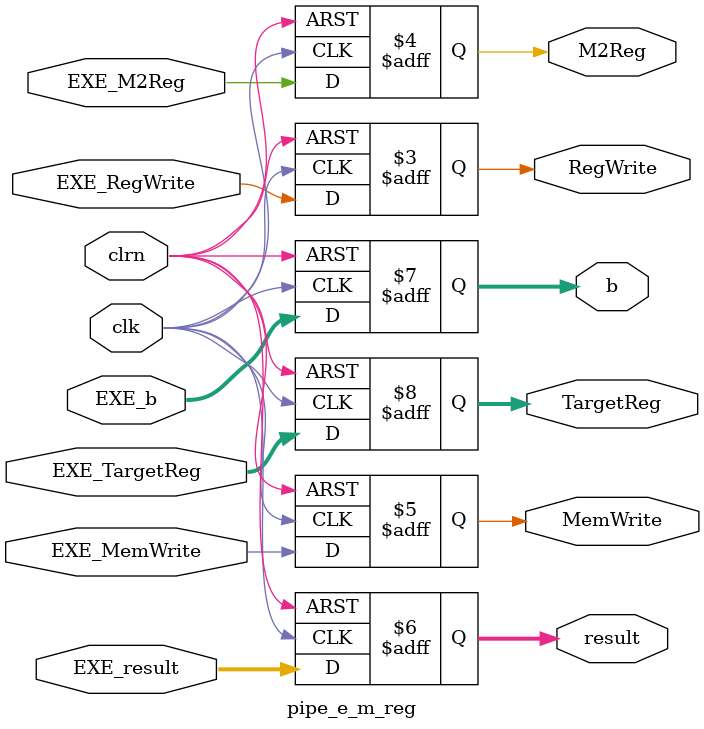
<source format=v>
module pipe_e_m_reg(
  EXE_RegWrite,EXE_M2Reg,EXE_MemWrite,
  EXE_result,EXE_b,EXE_TargetReg,
  clk,clrn,
  RegWrite,M2Reg,MemWrite,
  result,b,TargetReg
);
    input EXE_RegWrite,EXE_M2Reg,EXE_MemWrite;
    input clk,clrn;
    input [31:0] EXE_result,EXE_b;
    input [ 4:0] EXE_TargetReg;

    output reg RegWrite,M2Reg,MemWrite;
    output reg [31:0] result, b;
    output reg [ 4:0] TargetReg;

    always @(negedge clrn or posedge clk) begin
      if (clrn == 0) begin
        RegWrite  <= 0 ;        M2Reg    <= 0 ;
        MemWrite  <= 0 ;        result   <= 0 ;
        b         <= 0 ;        TargetReg<= 0 ;
      end else begin
        RegWrite  <= EXE_RegWrite ;   M2Reg    <= EXE_M2Reg     ;
        MemWrite  <= EXE_MemWrite ;   result   <= EXE_result    ;
        b         <= EXE_b        ;   TargetReg<= EXE_TargetReg ;        
      end
    end
    
endmodule // pipe_e_m_reg
</source>
